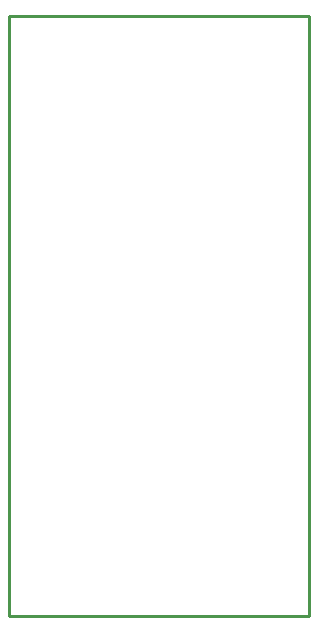
<source format=gko>
G04*
G04 #@! TF.GenerationSoftware,Altium Limited,CircuitMaker,2.2.1 (2.2.1.6)*
G04*
G04 Layer_Color=16720538*
%FSLAX25Y25*%
%MOIN*%
G70*
G04*
G04 #@! TF.SameCoordinates,1EE0AFE0-1AE0-4E79-8498-EBF67B735B77*
G04*
G04*
G04 #@! TF.FilePolarity,Positive*
G04*
G01*
G75*
%ADD11C,0.01000*%
D11*
X350000Y200000D02*
Y400000D01*
Y200000D02*
X450000D01*
Y400000D01*
X350000D02*
X450000D01*
M02*

</source>
